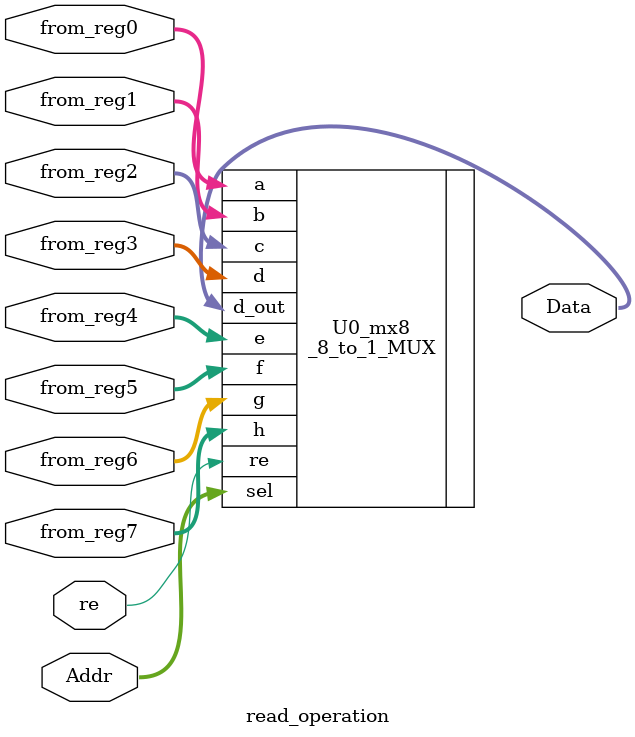
<source format=v>
module read_operation (Addr, re, Data, from_reg0, from_reg1, from_reg2, from_reg3, from_reg4, from_reg5, from_reg6, from_reg7);
	input re;
	input [31:0] from_reg0, from_reg1, from_reg2, from_reg3, from_reg4, from_reg5, from_reg6, from_reg7;
	input [2:0] Addr; // read address
	output [31:0] Data; // read data
	
	// choose one data selected by read address
	_8_to_1_MUX U0_mx8(.re(re), .a(from_reg0), .b(from_reg1), .c(from_reg2), .d(from_reg3), .e(from_reg4),
	.f(from_reg5), .g(from_reg6), .h(from_reg7), .sel(Addr), .d_out(Data));
	
endmodule
</source>
